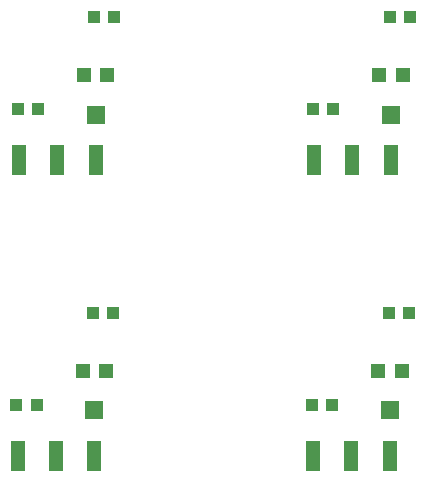
<source format=gtp>
G75*
%MOIN*%
%OFA0B0*%
%FSLAX25Y25*%
%IPPOS*%
%LPD*%
%AMOC8*
5,1,8,0,0,1.08239X$1,22.5*
%
%ADD10R,0.03937X0.04331*%
%ADD11R,0.05906X0.06299*%
%ADD12R,0.04724X0.04724*%
%ADD13R,0.05000X0.10000*%
D10*
X0037220Y0045291D03*
X0043913Y0045291D03*
X0062811Y0076000D03*
X0069504Y0076000D03*
X0044307Y0143717D03*
X0037614Y0143717D03*
X0063205Y0174425D03*
X0069898Y0174425D03*
X0136039Y0143717D03*
X0142732Y0143717D03*
X0161630Y0174425D03*
X0168323Y0174425D03*
X0167929Y0076000D03*
X0161236Y0076000D03*
X0142339Y0045291D03*
X0135646Y0045291D03*
D11*
X0161630Y0043520D03*
X0063205Y0043520D03*
X0063598Y0141945D03*
X0162024Y0141945D03*
D12*
X0165961Y0155035D03*
X0158087Y0155035D03*
X0067535Y0155035D03*
X0059661Y0155035D03*
X0059268Y0056610D03*
X0067142Y0056610D03*
X0157693Y0056610D03*
X0165567Y0056610D03*
D13*
X0037614Y0028362D03*
X0050409Y0028362D03*
X0063205Y0028362D03*
X0136039Y0028362D03*
X0148835Y0028362D03*
X0161630Y0028362D03*
X0162024Y0126787D03*
X0149228Y0126787D03*
X0136433Y0126787D03*
X0063598Y0126787D03*
X0050803Y0126787D03*
X0038008Y0126787D03*
M02*

</source>
